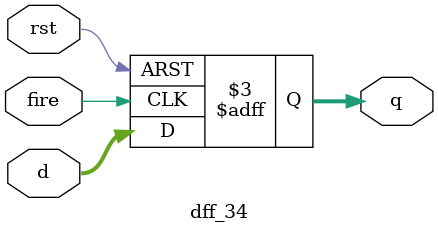
<source format=v>
`timescale 1ns / 1ps


module dff_34(
     input [33:0] d,
     input fire,rst,
     output reg [33:0] q
    );
    
    always @(posedge fire or negedge rst)
      if(rst==0)
        q <= 34'd0;
      else
        q <= d;
    
endmodule

</source>
